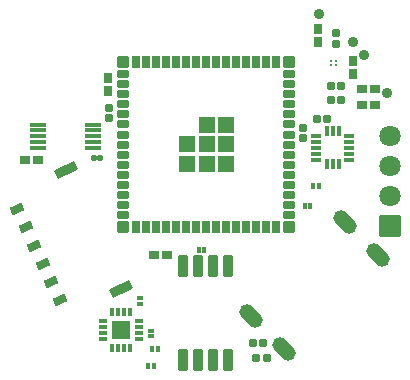
<source format=gts>
G04 Layer: TopSolderMaskLayer*
G04 EasyEDA v6.5.22, 2023-02-04 18:08:32*
G04 803b958340a141a7ad8343e076188523,c17a8ced473b4d519dda31697e0e54b6,10*
G04 Gerber Generator version 0.2*
G04 Scale: 100 percent, Rotated: No, Reflected: No *
G04 Dimensions in inches *
G04 leading zeros omitted , absolute positions ,3 integer and 6 decimal *
%FSLAX36Y36*%
%MOIN*%

%AMMACRO1*1,1,$1,$2,$3*1,1,$1,$4,$5*1,1,$1,0-$2,0-$3*1,1,$1,0-$4,0-$5*20,1,$1,$2,$3,$4,$5,0*20,1,$1,$4,$5,0-$2,0-$3,0*20,1,$1,0-$2,0-$3,0-$4,0-$5,0*20,1,$1,0-$4,0-$5,$2,$3,0*4,1,4,$2,$3,$4,$5,0-$2,0-$3,0-$4,0-$5,$2,$3,0*%
%AMMACRO2*1,1,$1,$2,$3*1,1,$1,$4,$5*20,1,$1,$2,$3,$4,$5,0*%
%AMMACRO3*4,1,4,-0.0119,-0.0197,-0.0119,0.0197,0.0119,0.0197,0.0119,-0.0197,-0.0119,-0.0197,0*%
%AMMACRO4*4,1,4,-0.0118,-0.0197,-0.0118,0.0197,0.0118,0.0197,0.0118,-0.0197,-0.0118,-0.0197,0*%
%AMMACRO5*4,1,4,-0.0119,-0.0198,-0.0119,0.0198,0.0119,0.0198,0.0119,-0.0198,-0.0119,-0.0198,0*%
%AMMACRO6*4,1,4,-0.0118,-0.0198,-0.0118,0.0198,0.0118,0.0198,0.0118,-0.0198,-0.0118,-0.0198,0*%
%ADD10MACRO1,0.008X-0.0236X0.0236X0.0236X0.0236*%
%ADD11C,0.0354*%
%ADD12MACRO2,0.0512X-0.0139X0.0139X0.0139X-0.0139*%
%ADD13MACRO1,0.004X-0.0111X-0.0106X-0.0111X0.0106*%
%ADD14MACRO1,0.004X0.0111X-0.0106X0.0111X0.0106*%
%ADD15C,0.0119*%
%ADD16MACRO1,0.008X-0.0157X0.0158X0.0157X0.0158*%
%ADD17MACRO3*%
%ADD18MACRO4*%
%ADD19MACRO1,0.008X-0.0158X0.0158X0.0158X0.0158*%
%ADD20MACRO1,0.008X-0.0158X0.0079X0.0158X0.0079*%
%ADD21MACRO5*%
%ADD22MACRO6*%
%ADD23MACRO1,0.008X-0.0157X0.0079X0.0157X0.0079*%
%ADD24O,0.035496X0.015024000000000003*%
%ADD25O,0.015024000000000003X0.035496*%
%ADD26MACRO1,0.004X-0.0335X-0.0335X-0.0335X0.0335*%
%ADD27C,0.0709*%
%ADD28MACRO1,0.004X-0.0128X-0.019X-0.0228X0.0024*%
%ADD29MACRO1,0.004X-0.0263X-0.0275X-0.0379X-0.0025*%
%ADD30MACRO1,0.004X-0.0129X-0.019X-0.0228X0.0024*%
%ADD31MACRO1,0.004X-0.014X0.0343X0.014X0.0343*%
%ADD32MACRO1,0.004X-0.0106X0.0111X0.0106X0.0111*%
%ADD33MACRO1,0.004X-0.0106X-0.0111X0.0106X-0.0111*%
%ADD34MACRO1,0.004X0.0064X-0.006X-0.0064X-0.006*%
%ADD35MACRO1,0.004X0.0064X0.006X-0.0064X0.006*%
%ADD36MACRO1,0.004X0.006X0.0064X0.006X-0.0064*%
%ADD37MACRO1,0.004X-0.006X0.0064X-0.006X-0.0064*%
%ADD38MACRO1,0.004X-0.006X-0.0064X-0.006X0.0064*%
%ADD39MACRO1,0.004X0.006X-0.0064X0.006X0.0064*%
%ADD40MACRO1,0.004X0.0156X0.0106X0.0156X-0.0106*%
%ADD41MACRO1,0.004X-0.0156X0.0106X-0.0156X-0.0106*%
%ADD42MACRO1,0.004X0.0106X-0.0111X-0.0106X-0.0111*%
%ADD43MACRO1,0.004X0.0106X0.0111X-0.0106X0.0111*%
%ADD44MACRO1,0.004X0.0073X0.0064X0.0073X-0.0064*%
%ADD45MACRO1,0.004X-0.0073X0.0064X-0.0073X-0.0064*%
%ADD46MACRO1,0.004X-0.0156X-0.0106X-0.0156X0.0106*%
%ADD47MACRO1,0.004X0.0156X-0.0106X0.0156X0.0106*%
%ADD48MACRO1,0.004X0.0118X0.0049X0.0118X-0.0049*%
%ADD49MACRO1,0.004X-0.0049X0.0118X0.0049X0.0118*%
%ADD50MACRO1,0.004X-0.0118X-0.0049X-0.0118X0.0049*%
%ADD51MACRO1,0.004X0.0049X-0.0118X-0.0049X-0.0118*%
%ADD52MACRO1,0.004X0.0295X-0.0295X-0.0295X-0.0295*%
%ADD53MACRO1,0.004X-0.0106X0.0156X0.0106X0.0156*%
%ADD54MACRO1,0.004X-0.0106X-0.0156X0.0106X-0.0156*%
%ADD55MACRO1,0.004X0.0106X-0.0156X-0.0106X-0.0156*%
%ADD56MACRO1,0.004X0.0106X0.0156X-0.0106X0.0156*%
%ADD57MACRO1,0.0012X-0.0256X-0.0059X-0.0256X0.0059*%
%ADD58MACRO1,0.004X-0.0256X-0.0059X-0.0256X0.0059*%
%ADD59C,0.0118*%

%LPD*%
D10*
G01*
X47820Y139129D03*
G01*
X47820Y204089D03*
G01*
X112780Y204089D03*
G01*
X112780Y139129D03*
G01*
X112780Y74169D03*
G01*
X47820Y74169D03*
G01*
X-17139Y74169D03*
G01*
X-17139Y139129D03*
D11*
G01*
X648389Y311719D03*
G01*
X571199Y435249D03*
G01*
X535479Y478919D03*
G01*
X423890Y572549D03*
D12*
G01*
X508719Y-118620D03*
G01*
X620070Y-229980D03*
G01*
X195819Y-431520D03*
G01*
X307170Y-542880D03*
D13*
G01*
X496740Y285999D03*
D14*
G01*
X462659Y285999D03*
D13*
G01*
X496640Y333799D03*
D14*
G01*
X462559Y333799D03*
D15*
G01*
X464130Y417969D03*
G01*
X479870Y417969D03*
G01*
X464130Y402229D03*
G01*
X479870Y402229D03*
D16*
G01*
X-229589Y413899D03*
D17*
G01*
X-188279Y413879D03*
G01*
X-154779Y413879D03*
D18*
G01*
X-121330Y413879D03*
D17*
G01*
X-87880Y413879D03*
G01*
X-54379Y413879D03*
D18*
G01*
X-20930Y413879D03*
D17*
G01*
X12519Y413879D03*
D18*
G01*
X79469Y413879D03*
G01*
X45970Y413879D03*
D17*
G01*
X112919Y413879D03*
D18*
G01*
X146370Y413879D03*
D17*
G01*
X179870Y413879D03*
G01*
X213319Y413879D03*
D18*
G01*
X246770Y413879D03*
D17*
G01*
X280270Y413879D03*
D19*
G01*
X321590Y413899D03*
D20*
G01*
X321590Y372559D03*
G01*
X321590Y339099D03*
G01*
X321590Y305629D03*
G01*
X321590Y272169D03*
G01*
X321590Y238699D03*
G01*
X321590Y205239D03*
G01*
X321590Y171769D03*
G01*
X321590Y138309D03*
G01*
X321590Y104849D03*
G01*
X321590Y71379D03*
G01*
X321590Y37919D03*
G01*
X321590Y4449D03*
G01*
X321590Y-29010D03*
G01*
X321590Y-62480D03*
G01*
X321590Y-95940D03*
D19*
G01*
X321590Y-137280D03*
D21*
G01*
X280270Y-137320D03*
D22*
G01*
X246770Y-137320D03*
D21*
G01*
X213319Y-137320D03*
G01*
X179870Y-137320D03*
D22*
G01*
X146370Y-137320D03*
D21*
G01*
X112919Y-137320D03*
D22*
G01*
X79469Y-137320D03*
G01*
X45970Y-137320D03*
D21*
G01*
X12519Y-137320D03*
D22*
G01*
X-20930Y-137320D03*
D21*
G01*
X-54379Y-137320D03*
G01*
X-87880Y-137320D03*
D22*
G01*
X-121330Y-137320D03*
D21*
G01*
X-154779Y-137320D03*
G01*
X-188279Y-137320D03*
D16*
G01*
X-229589Y-137280D03*
D23*
G01*
X-229589Y-95940D03*
G01*
X-229589Y-62480D03*
G01*
X-229589Y-29010D03*
G01*
X-229589Y4449D03*
G01*
X-229589Y37919D03*
G01*
X-229589Y71379D03*
G01*
X-229589Y104849D03*
G01*
X-229589Y138309D03*
G01*
X-229589Y171769D03*
G01*
X-229589Y205239D03*
G01*
X-229589Y238699D03*
G01*
X-229589Y272169D03*
G01*
X-229589Y305629D03*
G01*
X-229589Y372559D03*
G01*
X-229589Y339099D03*
D24*
G01*
X524220Y87919D03*
G01*
X524220Y107609D03*
G01*
X524220Y127289D03*
G01*
X524220Y146979D03*
G01*
X524220Y166659D03*
D25*
G01*
X488779Y182409D03*
G01*
X469099Y182409D03*
G01*
X449409Y182409D03*
D24*
G01*
X413980Y166659D03*
G01*
X413980Y146979D03*
G01*
X413980Y127289D03*
G01*
X413980Y107609D03*
G01*
X413980Y87919D03*
D25*
G01*
X449409Y72179D03*
G01*
X469099Y72179D03*
G01*
X488779Y72179D03*
D26*
G01*
X659220Y-132270D03*
D27*
G01*
X659220Y-32270D03*
G01*
X659220Y67729D03*
G01*
X659220Y167729D03*
D28*
G01*
X-554859Y-137748D03*
G01*
X-526575Y-198407D03*
G01*
X-441716Y-380383D03*
G01*
X-470002Y-319724D03*
G01*
X-498289Y-259065D03*
D29*
G01*
X-237220Y-341496D03*
G01*
X-421907Y54566D03*
D30*
G01*
X-583144Y-77089D03*
D31*
G01*
X-32000Y-579995D03*
G01*
X17999Y-579995D03*
G01*
X67999Y-579995D03*
G01*
X117999Y-579995D03*
G01*
X117999Y-265405D03*
G01*
X67999Y-265405D03*
G01*
X17999Y-265405D03*
G01*
X-32000Y-265405D03*
D13*
G01*
X248440Y-574300D03*
D14*
G01*
X214359Y-574300D03*
D13*
G01*
X235240Y-522900D03*
D14*
G01*
X201159Y-522900D03*
D32*
G01*
X481019Y474689D03*
D33*
G01*
X481019Y508770D03*
D34*
G01*
X-174100Y-373590D03*
D35*
G01*
X-174100Y-392610D03*
D34*
G01*
X-136900Y-481690D03*
D35*
G01*
X-136900Y-500710D03*
D36*
G01*
X21589Y-212700D03*
D37*
G01*
X40609Y-212700D03*
D38*
G01*
X-113189Y-542700D03*
D39*
G01*
X-132210Y-542700D03*
D38*
G01*
X-126689Y-598700D03*
D39*
G01*
X-145709Y-598700D03*
D38*
G01*
X393530Y-65770D03*
D39*
G01*
X374510Y-65770D03*
D38*
G01*
X422129Y-1170D03*
D39*
G01*
X403109Y-1170D03*
D40*
G01*
X565641Y268699D03*
D41*
G01*
X608559Y268699D03*
D13*
G01*
X449740Y224499D03*
D14*
G01*
X415659Y224499D03*
D42*
G01*
X369099Y193440D03*
D43*
G01*
X369099Y159359D03*
D40*
G01*
X565361Y322129D03*
D41*
G01*
X608279Y322129D03*
D42*
G01*
X-276099Y259940D03*
D43*
G01*
X-276099Y225859D03*
D44*
G01*
X-327395Y93599D03*
D45*
G01*
X-305803Y93599D03*
D46*
G01*
X-514641Y87699D03*
D47*
G01*
X-557559Y87699D03*
D48*
G01*
X-177447Y-508668D03*
G01*
X-177445Y-488983D03*
G01*
X-177447Y-469298D03*
G01*
X-177447Y-449613D03*
D49*
G01*
X-207054Y-420145D03*
G01*
X-226739Y-420145D03*
G01*
X-246424Y-420146D03*
G01*
X-266109Y-420145D03*
D50*
G01*
X-295554Y-449673D03*
G01*
X-295554Y-469358D03*
G01*
X-295554Y-489043D03*
G01*
X-295556Y-508668D03*
D51*
G01*
X-266109Y-538255D03*
G01*
X-246424Y-538256D03*
G01*
X-226739Y-538255D03*
G01*
X-207054Y-538255D03*
D52*
G01*
X-236499Y-479200D03*
D53*
G01*
X-281099Y317940D03*
D54*
G01*
X-281099Y360858D03*
D55*
G01*
X418720Y523988D03*
D56*
G01*
X418720Y481070D03*
D46*
G01*
X-83441Y-230600D03*
D47*
G01*
X-126359Y-230600D03*
D55*
G01*
X536400Y417358D03*
D56*
G01*
X536400Y374440D03*
D57*
G01*
X-328880Y126434D03*
G01*
X-328880Y146114D03*
G01*
X-328880Y165794D03*
G01*
X-328880Y185484D03*
G01*
X-328880Y205174D03*
D58*
G01*
X-513920Y205164D03*
G01*
X-513920Y185484D03*
G01*
X-513920Y165804D03*
G01*
X-513920Y146114D03*
G01*
X-513920Y126424D03*
M02*

</source>
